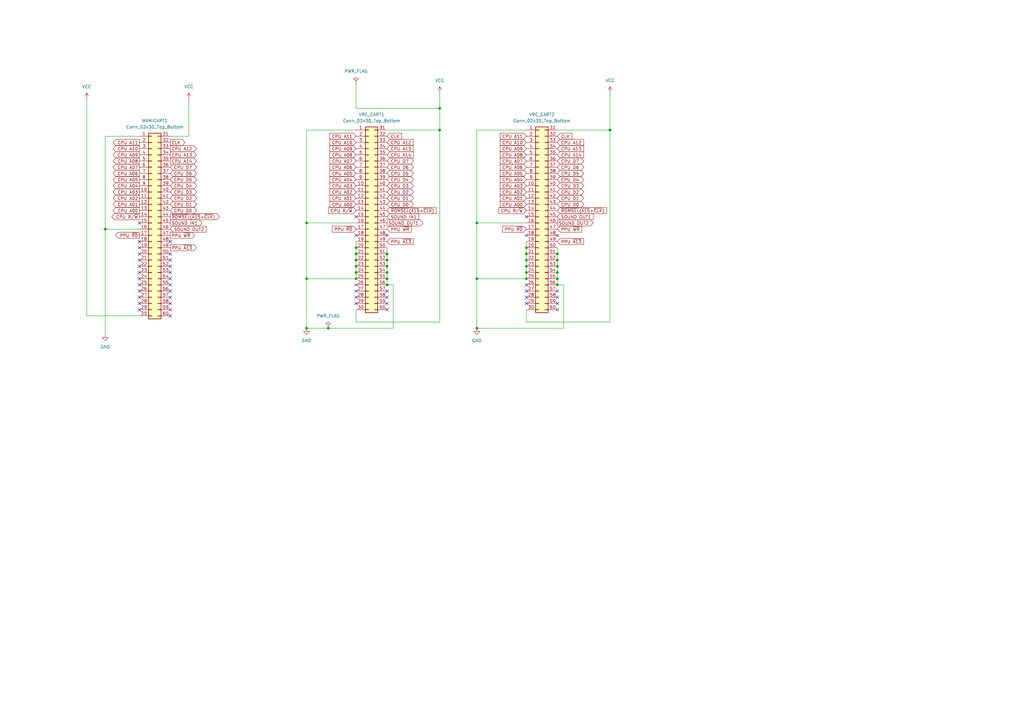
<source format=kicad_sch>
(kicad_sch (version 20230121) (generator eeschema)
  (paper "A3")
  (lib_symbols
    (symbol "Connector_Generic:Conn_02x30_Top_Bottom" (pin_names (offset 1.016) hide)
      (property "Reference" "J" (at 1.27 38.1 0))
      (property "Value" "Conn_02x30_Top_Bottom" (at 1.27 -40.64 0))
      (symbol "Conn_02x30_Top_Bottom_1_1"
        (rectangle (start -1.27 -37.973) (end 0 -38.227) (stroke (width 0.1524)))
        (rectangle (start -1.27 -35.433) (end 0 -35.687) (stroke (width 0.1524)))
        (rectangle (start -1.27 -32.893) (end 0 -33.147) (stroke (width 0.1524)))
        (rectangle (start -1.27 -30.353) (end 0 -30.607) (stroke (width 0.1524)))
        (rectangle (start -1.27 -27.813) (end 0 -28.067) (stroke (width 0.1524)))
        (rectangle (start -1.27 -25.273) (end 0 -25.527) (stroke (width 0.1524)))
        (rectangle (start -1.27 -22.733) (end 0 -22.987) (stroke (width 0.1524)))
        (rectangle (start -1.27 -20.193) (end 0 -20.447) (stroke (width 0.1524)))
        (rectangle (start -1.27 -17.653) (end 0 -17.907) (stroke (width 0.1524)))
        (rectangle (start -1.27 -15.113) (end 0 -15.367) (stroke (width 0.1524)))
        (rectangle (start -1.27 -12.573) (end 0 -12.827) (stroke (width 0.1524)))
        (rectangle (start -1.27 -10.033) (end 0 -10.287) (stroke (width 0.1524)))
        (rectangle (start -1.27 -7.493) (end 0 -7.747) (stroke (width 0.1524)))
        (rectangle (start -1.27 -4.953) (end 0 -5.207) (stroke (width 0.1524)))
        (rectangle (start -1.27 -2.413) (end 0 -2.667) (stroke (width 0.1524)))
        (rectangle (start -1.27 0.127) (end 0 -0.127) (stroke (width 0.1524)))
        (rectangle (start -1.27 2.667) (end 0 2.413) (stroke (width 0.1524)))
        (rectangle (start -1.27 5.207) (end 0 4.953) (stroke (width 0.1524)))
        (rectangle (start -1.27 7.747) (end 0 7.493) (stroke (width 0.1524)))
        (rectangle (start -1.27 10.287) (end 0 10.033) (stroke (width 0.1524)))
        (rectangle (start -1.27 12.827) (end 0 12.573) (stroke (width 0.1524)))
        (rectangle (start -1.27 15.367) (end 0 15.113) (stroke (width 0.1524)))
        (rectangle (start -1.27 17.907) (end 0 17.653) (stroke (width 0.1524)))
        (rectangle (start -1.27 20.447) (end 0 20.193) (stroke (width 0.1524)))
        (rectangle (start -1.27 22.987) (end 0 22.733) (stroke (width 0.1524)))
        (rectangle (start -1.27 25.527) (end 0 25.273) (stroke (width 0.1524)))
        (rectangle (start -1.27 28.067) (end 0 27.813) (stroke (width 0.1524)))
        (rectangle (start -1.27 30.607) (end 0 30.353) (stroke (width 0.1524)))
        (rectangle (start -1.27 33.147) (end 0 32.893) (stroke (width 0.1524)))
        (rectangle (start -1.27 35.687) (end 0 35.433) (stroke (width 0.1524)))
        (rectangle (start -1.27 36.83) (end 3.81 -39.37) (stroke (width 0.254)) (fill (type background)))
        (rectangle (start 3.81 -37.973) (end 2.54 -38.227) (stroke (width 0.1524)))
        (rectangle (start 3.81 -35.433) (end 2.54 -35.687) (stroke (width 0.1524)))
        (rectangle (start 3.81 -32.893) (end 2.54 -33.147) (stroke (width 0.1524)))
        (rectangle (start 3.81 -30.353) (end 2.54 -30.607) (stroke (width 0.1524)))
        (rectangle (start 3.81 -27.813) (end 2.54 -28.067) (stroke (width 0.1524)))
        (rectangle (start 3.81 -25.273) (end 2.54 -25.527) (stroke (width 0.1524)))
        (rectangle (start 3.81 -22.733) (end 2.54 -22.987) (stroke (width 0.1524)))
        (rectangle (start 3.81 -20.193) (end 2.54 -20.447) (stroke (width 0.1524)))
        (rectangle (start 3.81 -17.653) (end 2.54 -17.907) (stroke (width 0.1524)))
        (rectangle (start 3.81 -15.113) (end 2.54 -15.367) (stroke (width 0.1524)))
        (rectangle (start 3.81 -12.573) (end 2.54 -12.827) (stroke (width 0.1524)))
        (rectangle (start 3.81 -10.033) (end 2.54 -10.287) (stroke (width 0.1524)))
        (rectangle (start 3.81 -7.493) (end 2.54 -7.747) (stroke (width 0.1524)))
        (rectangle (start 3.81 -4.953) (end 2.54 -5.207) (stroke (width 0.1524)))
        (rectangle (start 3.81 -2.413) (end 2.54 -2.667) (stroke (width 0.1524)))
        (rectangle (start 3.81 0.127) (end 2.54 -0.127) (stroke (width 0.1524)))
        (rectangle (start 3.81 2.667) (end 2.54 2.413) (stroke (width 0.1524)))
        (rectangle (start 3.81 5.207) (end 2.54 4.953) (stroke (width 0.1524)))
        (rectangle (start 3.81 7.747) (end 2.54 7.493) (stroke (width 0.1524)))
        (rectangle (start 3.81 10.287) (end 2.54 10.033) (stroke (width 0.1524)))
        (rectangle (start 3.81 12.827) (end 2.54 12.573) (stroke (width 0.1524)))
        (rectangle (start 3.81 15.367) (end 2.54 15.113) (stroke (width 0.1524)))
        (rectangle (start 3.81 17.907) (end 2.54 17.653) (stroke (width 0.1524)))
        (rectangle (start 3.81 20.447) (end 2.54 20.193) (stroke (width 0.1524)))
        (rectangle (start 3.81 22.987) (end 2.54 22.733) (stroke (width 0.1524)))
        (rectangle (start 3.81 25.527) (end 2.54 25.273) (stroke (width 0.1524)))
        (rectangle (start 3.81 28.067) (end 2.54 27.813) (stroke (width 0.1524)))
        (rectangle (start 3.81 30.607) (end 2.54 30.353) (stroke (width 0.1524)))
        (rectangle (start 3.81 33.147) (end 2.54 32.893) (stroke (width 0.1524)))
        (rectangle (start 3.81 35.687) (end 2.54 35.433) (stroke (width 0.1524)))
        (pin passive line (at -5.08 35.56 0) (length 3.81) (name "Pin_1") (number "1"))
        (pin passive line (at -5.08 12.7 0) (length 3.81) (name "Pin_10") (number "10"))
        (pin passive line (at -5.08 10.16 0) (length 3.81) (name "Pin_11") (number "11"))
        (pin passive line (at -5.08 7.62 0) (length 3.81) (name "Pin_12") (number "12"))
        (pin passive line (at -5.08 5.08 0) (length 3.81) (name "Pin_13") (number "13"))
        (pin passive line (at -5.08 2.54 0) (length 3.81) (name "Pin_14") (number "14"))
        (pin passive line (at -5.08 0 0) (length 3.81) (name "Pin_15") (number "15"))
        (pin passive line (at -5.08 -2.54 0) (length 3.81) (name "Pin_16") (number "16"))
        (pin passive line (at -5.08 -5.08 0) (length 3.81) (name "Pin_17") (number "17"))
        (pin passive line (at -5.08 -7.62 0) (length 3.81) (name "Pin_18") (number "18"))
        (pin passive line (at -5.08 -10.16 0) (length 3.81) (name "Pin_19") (number "19"))
        (pin passive line (at -5.08 33.02 0) (length 3.81) (name "Pin_2") (number "2"))
        (pin passive line (at -5.08 -12.7 0) (length 3.81) (name "Pin_20") (number "20"))
        (pin passive line (at -5.08 -15.24 0) (length 3.81) (name "Pin_21") (number "21"))
        (pin passive line (at -5.08 -17.78 0) (length 3.81) (name "Pin_22") (number "22"))
        (pin passive line (at -5.08 -20.32 0) (length 3.81) (name "Pin_23") (number "23"))
        (pin passive line (at -5.08 -22.86 0) (length 3.81) (name "Pin_24") (number "24"))
        (pin passive line (at -5.08 -25.4 0) (length 3.81) (name "Pin_25") (number "25"))
        (pin passive line (at -5.08 -27.94 0) (length 3.81) (name "Pin_26") (number "26"))
        (pin passive line (at -5.08 -30.48 0) (length 3.81) (name "Pin_27") (number "27"))
        (pin passive line (at -5.08 -33.02 0) (length 3.81) (name "Pin_28") (number "28"))
        (pin passive line (at -5.08 -35.56 0) (length 3.81) (name "Pin_29") (number "29"))
        (pin passive line (at -5.08 30.48 0) (length 3.81) (name "Pin_3") (number "3"))
        (pin passive line (at -5.08 -38.1 0) (length 3.81) (name "Pin_30") (number "30"))
        (pin passive line (at 7.62 35.56 180) (length 3.81) (name "Pin_31") (number "31"))
        (pin passive line (at 7.62 33.02 180) (length 3.81) (name "Pin_32") (number "32"))
        (pin passive line (at 7.62 30.48 180) (length 3.81) (name "Pin_33") (number "33"))
        (pin passive line (at 7.62 27.94 180) (length 3.81) (name "Pin_34") (number "34"))
        (pin passive line (at 7.62 25.4 180) (length 3.81) (name "Pin_35") (number "35"))
        (pin passive line (at 7.62 22.86 180) (length 3.81) (name "Pin_36") (number "36"))
        (pin passive line (at 7.62 20.32 180) (length 3.81) (name "Pin_37") (number "37"))
        (pin passive line (at 7.62 17.78 180) (length 3.81) (name "Pin_38") (number "38"))
        (pin passive line (at 7.62 15.24 180) (length 3.81) (name "Pin_39") (number "39"))
        (pin passive line (at -5.08 27.94 0) (length 3.81) (name "Pin_4") (number "4"))
        (pin passive line (at 7.62 12.7 180) (length 3.81) (name "Pin_40") (number "40"))
        (pin passive line (at 7.62 10.16 180) (length 3.81) (name "Pin_41") (number "41"))
        (pin passive line (at 7.62 7.62 180) (length 3.81) (name "Pin_42") (number "42"))
        (pin passive line (at 7.62 5.08 180) (length 3.81) (name "Pin_43") (number "43"))
        (pin passive line (at 7.62 2.54 180) (length 3.81) (name "Pin_44") (number "44"))
        (pin passive line (at 7.62 0 180) (length 3.81) (name "Pin_45") (number "45"))
        (pin passive line (at 7.62 -2.54 180) (length 3.81) (name "Pin_46") (number "46"))
        (pin passive line (at 7.62 -5.08 180) (length 3.81) (name "Pin_47") (number "47"))
        (pin passive line (at 7.62 -7.62 180) (length 3.81) (name "Pin_48") (number "48"))
        (pin passive line (at 7.62 -10.16 180) (length 3.81) (name "Pin_49") (number "49"))
        (pin passive line (at -5.08 25.4 0) (length 3.81) (name "Pin_5") (number "5"))
        (pin passive line (at 7.62 -12.7 180) (length 3.81) (name "Pin_50") (number "50"))
        (pin passive line (at 7.62 -15.24 180) (length 3.81) (name "Pin_51") (number "51"))
        (pin passive line (at 7.62 -17.78 180) (length 3.81) (name "Pin_52") (number "52"))
        (pin passive line (at 7.62 -20.32 180) (length 3.81) (name "Pin_53") (number "53"))
        (pin passive line (at 7.62 -22.86 180) (length 3.81) (name "Pin_54") (number "54"))
        (pin passive line (at 7.62 -25.4 180) (length 3.81) (name "Pin_55") (number "55"))
        (pin passive line (at 7.62 -27.94 180) (length 3.81) (name "Pin_56") (number "56"))
        (pin passive line (at 7.62 -30.48 180) (length 3.81) (name "Pin_57") (number "57"))
        (pin passive line (at 7.62 -33.02 180) (length 3.81) (name "Pin_58") (number "58"))
        (pin passive line (at 7.62 -35.56 180) (length 3.81) (name "Pin_59") (number "59"))
        (pin passive line (at -5.08 22.86 0) (length 3.81) (name "Pin_6") (number "6"))
        (pin passive line (at 7.62 -38.1 180) (length 3.81) (name "Pin_60") (number "60"))
        (pin passive line (at -5.08 20.32 0) (length 3.81) (name "Pin_7") (number "7"))
        (pin passive line (at -5.08 17.78 0) (length 3.81) (name "Pin_8") (number "8"))
        (pin passive line (at -5.08 15.24 0) (length 3.81) (name "Pin_9") (number "9"))
      )
    )
    (symbol "power:GND" (power) (pin_names (offset 0))
      (property "Value" "GND" (at 0 -3.81 0))
      (symbol "GND_0_1"
        (polyline (pts (xy 0 0) (xy 0 -1.27) (xy 1.27 -1.27) (xy 0 -2.54) (xy -1.27 -1.27) (xy 0 -1.27)))
      )
      (symbol "GND_1_1"
        (pin power_in line (at 0 0 270) (length 0) hide (name "GND") (number "1"))
      )
    )
    (symbol "power:PWR_FLAG" (power) (pin_numbers hide) (pin_names (offset 0) hide)
      (property "Value" "PWR_FLAG" (at 0 3.81 0))
      (symbol "PWR_FLAG_0_0"
        (pin power_out line (at 0 0 90) (length 0) (name "pwr") (number "1"))
      )
      (symbol "PWR_FLAG_0_1"
        (polyline (pts (xy 0 0) (xy 0 1.27) (xy -1.016 1.905) (xy 0 2.54) (xy 1.016 1.905) (xy 0 1.27)))
      )
    )
    (symbol "power:VCC" (power) (pin_names (offset 0))
      (property "Value" "VCC" (at 0 3.81 0))
      (symbol "VCC_0_1"
        (polyline (pts (xy -0.762 1.27) (xy 0 2.54)))
        (polyline (pts (xy 0 0) (xy 0 2.54)))
        (polyline (pts (xy 0 2.54) (xy 0.762 1.27)))
      )
      (symbol "VCC_1_1"
        (pin power_in line (at 0 0 90) (length 0) hide (name "VCC") (number "1"))
      )
    )
  )
  (junction (at 215.9 111.76))
  (junction (at 158.75 116.84))
  (junction (at 125.73 134.62))
  (junction (at 146.05 114.3))
  (junction (at 250.19 53.34))
  (junction (at 215.9 104.14))
  (junction (at 228.6 104.14))
  (junction (at 125.73 91.44))
  (junction (at 195.58 91.44))
  (junction (at 180.34 44.45))
  (junction (at 215.9 106.68))
  (junction (at 215.9 109.22))
  (junction (at 180.34 53.34))
  (junction (at 228.6 106.68))
  (junction (at 195.58 134.62))
  (junction (at 215.9 101.6))
  (junction (at 146.05 106.68))
  (junction (at 146.05 104.14))
  (junction (at 158.75 109.22))
  (junction (at 228.6 114.3))
  (junction (at 158.75 114.3))
  (junction (at 134.62 134.62))
  (junction (at 146.05 101.6))
  (junction (at 228.6 109.22))
  (junction (at 158.75 106.68))
  (junction (at 215.9 114.3))
  (junction (at 228.6 116.84))
  (junction (at 43.18 93.98))
  (junction (at 146.05 109.22))
  (junction (at 125.73 114.3))
  (junction (at 146.05 111.76))
  (junction (at 228.6 111.76))
  (junction (at 195.58 114.3))
  (junction (at 158.75 104.14))
  (junction (at 158.75 111.76))
  (no_connect (at 57.15 127))
  (no_connect (at 158.75 119.38))
  (no_connect (at 228.6 124.46))
  (no_connect (at 57.15 111.76))
  (no_connect (at 57.15 121.92))
  (no_connect (at 57.15 109.22))
  (no_connect (at 57.15 114.3))
  (no_connect (at 215.9 119.38))
  (no_connect (at 146.05 124.46))
  (no_connect (at 146.05 88.9))
  (no_connect (at 228.6 127))
  (no_connect (at 57.15 116.84))
  (no_connect (at 228.6 96.52))
  (no_connect (at 158.75 121.92))
  (no_connect (at 57.15 124.46))
  (no_connect (at 69.85 104.14))
  (no_connect (at 228.6 121.92))
  (no_connect (at 57.15 106.68))
  (no_connect (at 146.05 119.38))
  (no_connect (at 57.15 91.44))
  (no_connect (at 69.85 111.76))
  (no_connect (at 158.75 124.46))
  (no_connect (at 69.85 121.92))
  (no_connect (at 69.85 116.84))
  (no_connect (at 69.85 127))
  (no_connect (at 146.05 96.52))
  (no_connect (at 69.85 106.68))
  (no_connect (at 69.85 99.06))
  (no_connect (at 158.75 96.52))
  (no_connect (at 215.9 121.92))
  (no_connect (at 228.6 119.38))
  (no_connect (at 146.05 121.92))
  (no_connect (at 215.9 124.46))
  (no_connect (at 69.85 109.22))
  (no_connect (at 57.15 99.06))
  (no_connect (at 69.85 124.46))
  (no_connect (at 215.9 96.52))
  (no_connect (at 69.85 114.3))
  (no_connect (at 215.9 116.84))
  (no_connect (at 158.75 127))
  (no_connect (at 69.85 129.54))
  (no_connect (at 146.05 116.84))
  (no_connect (at 57.15 119.38))
  (no_connect (at 57.15 104.14))
  (no_connect (at 69.85 119.38))
  (no_connect (at 57.15 101.6))
  (no_connect (at 215.9 88.9))
  (wire (pts (xy 146.05 109.22) (xy 146.05 111.76)))
  (wire (pts (xy 215.9 109.22) (xy 215.9 111.76)))
  (wire (pts (xy 158.75 114.3) (xy 158.75 116.84)))
  (wire (pts (xy 43.18 55.88) (xy 57.15 55.88)))
  (wire (pts (xy 231.14 134.62) (xy 195.58 134.62)))
  (wire (pts (xy 195.58 91.44) (xy 195.58 114.3)))
  (wire (pts (xy 215.9 111.76) (xy 215.9 114.3)))
  (wire (pts (xy 43.18 93.98) (xy 57.15 93.98)))
  (wire (pts (xy 180.34 44.45) (xy 180.34 53.34)))
  (wire (pts (xy 250.19 53.34) (xy 250.19 132.08)))
  (wire (pts (xy 125.73 91.44) (xy 146.05 91.44)))
  (wire (pts (xy 35.56 40.64) (xy 35.56 129.54)))
  (wire (pts (xy 228.6 109.22) (xy 228.6 111.76)))
  (wire (pts (xy 228.6 111.76) (xy 228.6 114.3)))
  (wire (pts (xy 180.34 53.34) (xy 180.34 132.08)))
  (wire (pts (xy 215.9 127) (xy 215.9 132.08)))
  (wire (pts (xy 195.58 53.34) (xy 195.58 91.44)))
  (wire (pts (xy 146.05 101.6) (xy 146.05 104.14)))
  (wire (pts (xy 228.6 106.68) (xy 228.6 109.22)))
  (wire (pts (xy 231.14 116.84) (xy 231.14 134.62)))
  (wire (pts (xy 158.75 116.84) (xy 161.29 116.84)))
  (wire (pts (xy 195.58 53.34) (xy 215.9 53.34)))
  (wire (pts (xy 125.73 53.34) (xy 146.05 53.34)))
  (wire (pts (xy 215.9 99.06) (xy 215.9 101.6)))
  (wire (pts (xy 77.47 40.64) (xy 77.47 55.88)))
  (wire (pts (xy 228.6 104.14) (xy 228.6 106.68)))
  (wire (pts (xy 228.6 101.6) (xy 228.6 104.14)))
  (wire (pts (xy 228.6 116.84) (xy 231.14 116.84)))
  (wire (pts (xy 158.75 53.34) (xy 180.34 53.34)))
  (wire (pts (xy 146.05 34.29) (xy 146.05 44.45)))
  (wire (pts (xy 146.05 111.76) (xy 146.05 114.3)))
  (wire (pts (xy 146.05 132.08) (xy 180.34 132.08)))
  (wire (pts (xy 77.47 55.88) (xy 69.85 55.88)))
  (wire (pts (xy 146.05 99.06) (xy 146.05 101.6)))
  (wire (pts (xy 228.6 114.3) (xy 228.6 116.84)))
  (wire (pts (xy 158.75 104.14) (xy 158.75 106.68)))
  (wire (pts (xy 35.56 129.54) (xy 57.15 129.54)))
  (wire (pts (xy 161.29 134.62) (xy 134.62 134.62)))
  (wire (pts (xy 43.18 137.16) (xy 43.18 93.98)))
  (wire (pts (xy 158.75 106.68) (xy 158.75 109.22)))
  (wire (pts (xy 250.19 38.1) (xy 250.19 53.34)))
  (wire (pts (xy 180.34 38.1) (xy 180.34 44.45)))
  (wire (pts (xy 195.58 91.44) (xy 215.9 91.44)))
  (wire (pts (xy 146.05 104.14) (xy 146.05 106.68)))
  (wire (pts (xy 158.75 101.6) (xy 158.75 104.14)))
  (wire (pts (xy 146.05 127) (xy 146.05 132.08)))
  (wire (pts (xy 195.58 114.3) (xy 215.9 114.3)))
  (wire (pts (xy 125.73 114.3) (xy 146.05 114.3)))
  (wire (pts (xy 195.58 114.3) (xy 195.58 134.62)))
  (wire (pts (xy 125.73 91.44) (xy 125.73 114.3)))
  (wire (pts (xy 158.75 111.76) (xy 158.75 114.3)))
  (wire (pts (xy 146.05 44.45) (xy 180.34 44.45)))
  (wire (pts (xy 146.05 106.68) (xy 146.05 109.22)))
  (wire (pts (xy 161.29 116.84) (xy 161.29 134.62)))
  (wire (pts (xy 134.62 134.62) (xy 125.73 134.62)))
  (wire (pts (xy 43.18 93.98) (xy 43.18 55.88)))
  (wire (pts (xy 158.75 109.22) (xy 158.75 111.76)))
  (wire (pts (xy 215.9 104.14) (xy 215.9 106.68)))
  (wire (pts (xy 228.6 53.34) (xy 250.19 53.34)))
  (wire (pts (xy 215.9 101.6) (xy 215.9 104.14)))
  (wire (pts (xy 215.9 106.68) (xy 215.9 109.22)))
  (wire (pts (xy 215.9 132.08) (xy 250.19 132.08)))
  (wire (pts (xy 125.73 114.3) (xy 125.73 134.62)))
  (wire (pts (xy 125.73 53.34) (xy 125.73 91.44)))
  (global_label "CPU A02" (shape input) (at 215.9 78.74 180) (property "Intersheetrefs" "${INTERSHEET_REFS}" (effects hide)))
  (global_label "CPU A10" (shape input) (at 146.05 58.42 180) (property "Intersheetrefs" "${INTERSHEET_REFS}" (effects hide)))
  (global_label "PPU ~{WR}" (shape input) (at 158.75 93.98 0) (property "Intersheetrefs" "${INTERSHEET_REFS}" (effects hide)))
  (global_label "CPU A06" (shape output) (at 57.15 71.12 180) (property "Intersheetrefs" "${INTERSHEET_REFS}" (effects hide)))
  (global_label "CPU A11" (shape input) (at 146.05 55.88 180) (property "Intersheetrefs" "${INTERSHEET_REFS}" (effects hide)))
  (global_label "CPU D4" (shape bidirectional) (at 69.85 76.2 0) (property "Intersheetrefs" "${INTERSHEET_REFS}" (effects hide)))
  (global_label "~{ROMSEL}(~{A15}+~{CLK})" (shape input) (at 228.6 86.36 0) (property "Intersheetrefs" "${INTERSHEET_REFS}" (effects hide)))
  (global_label "CLK" (shape output) (at 69.85 58.42 0) (property "Intersheetrefs" "${INTERSHEET_REFS}" (effects hide)))
  (global_label "CPU A09" (shape input) (at 146.05 60.96 180) (property "Intersheetrefs" "${INTERSHEET_REFS}" (effects hide)))
  (global_label "CPU A06" (shape input) (at 146.05 68.58 180) (property "Intersheetrefs" "${INTERSHEET_REFS}" (effects hide)))
  (global_label "CPU D3" (shape bidirectional) (at 69.85 78.74 0) (property "Intersheetrefs" "${INTERSHEET_REFS}" (effects hide)))
  (global_label "CPU A11" (shape output) (at 57.15 58.42 180) (property "Intersheetrefs" "${INTERSHEET_REFS}" (effects hide)))
  (global_label "CPU D5" (shape bidirectional) (at 69.85 73.66 0) (property "Intersheetrefs" "${INTERSHEET_REFS}" (effects hide)))
  (global_label "CPU A14" (shape input) (at 158.75 63.5 0) (property "Intersheetrefs" "${INTERSHEET_REFS}" (effects hide)))
  (global_label "CPU D3" (shape bidirectional) (at 228.6 76.2 0) (property "Intersheetrefs" "${INTERSHEET_REFS}" (effects hide)))
  (global_label "CPU A12" (shape input) (at 228.6 58.42 0) (property "Intersheetrefs" "${INTERSHEET_REFS}" (effects hide)))
  (global_label "CPU A11" (shape input) (at 215.9 55.88 180) (property "Intersheetrefs" "${INTERSHEET_REFS}" (effects hide)))
  (global_label "CPU A05" (shape output) (at 57.15 73.66 180) (property "Intersheetrefs" "${INTERSHEET_REFS}" (effects hide)))
  (global_label "CPU A02" (shape input) (at 146.05 78.74 180) (property "Intersheetrefs" "${INTERSHEET_REFS}" (effects hide)))
  (global_label "CPU A00" (shape input) (at 146.05 83.82 180) (property "Intersheetrefs" "${INTERSHEET_REFS}" (effects hide)))
  (global_label "SOUND OUT1" (shape input) (at 228.6 88.9 0) (property "Intersheetrefs" "${INTERSHEET_REFS}" (effects hide)))
  (global_label "CPU A07" (shape input) (at 146.05 66.04 180) (property "Intersheetrefs" "${INTERSHEET_REFS}" (effects hide)))
  (global_label "CPU R{slash}~{W}" (shape input) (at 146.05 86.36 180) (property "Intersheetrefs" "${INTERSHEET_REFS}" (effects hide)))
  (global_label "CPU D2" (shape bidirectional) (at 228.6 78.74 0) (property "Intersheetrefs" "${INTERSHEET_REFS}" (effects hide)))
  (global_label "CPU A07" (shape output) (at 57.15 68.58 180) (property "Intersheetrefs" "${INTERSHEET_REFS}" (effects hide)))
  (global_label "CPU A03" (shape output) (at 57.15 78.74 180) (property "Intersheetrefs" "${INTERSHEET_REFS}" (effects hide)))
  (global_label "CPU R{slash}~{W}" (shape output) (at 57.15 88.9 180) (property "Intersheetrefs" "${INTERSHEET_REFS}" (effects hide)))
  (global_label "CPU A09" (shape output) (at 57.15 63.5 180) (property "Intersheetrefs" "${INTERSHEET_REFS}" (effects hide)))
  (global_label "CPU D4" (shape bidirectional) (at 228.6 73.66 0) (property "Intersheetrefs" "${INTERSHEET_REFS}" (effects hide)))
  (global_label "PPU ~{WR}" (shape output) (at 69.85 96.52 0) (property "Intersheetrefs" "${INTERSHEET_REFS}" (effects hide)))
  (global_label "CPU A00" (shape output) (at 57.15 86.36 180) (property "Intersheetrefs" "${INTERSHEET_REFS}" (effects hide)))
  (global_label "CPU D0" (shape bidirectional) (at 158.75 83.82 0) (property "Intersheetrefs" "${INTERSHEET_REFS}" (effects hide)))
  (global_label "CPU A13" (shape output) (at 69.85 63.5 0) (property "Intersheetrefs" "${INTERSHEET_REFS}" (effects hide)))
  (global_label "CPU D6" (shape bidirectional) (at 228.6 68.58 0) (property "Intersheetrefs" "${INTERSHEET_REFS}" (effects hide)))
  (global_label "CPU A08" (shape input) (at 146.05 63.5 180) (property "Intersheetrefs" "${INTERSHEET_REFS}" (effects hide)))
  (global_label "~{ROMSEL}(~{A15}+~{CLK})" (shape input) (at 158.75 86.36 0) (property "Intersheetrefs" "${INTERSHEET_REFS}" (effects hide)))
  (global_label "CPU D2" (shape bidirectional) (at 69.85 81.28 0) (property "Intersheetrefs" "${INTERSHEET_REFS}" (effects hide)))
  (global_label "CPU D6" (shape bidirectional) (at 158.75 68.58 0) (property "Intersheetrefs" "${INTERSHEET_REFS}" (effects hide)))
  (global_label "CPU D7" (shape bidirectional) (at 158.75 66.04 0) (property "Intersheetrefs" "${INTERSHEET_REFS}" (effects hide)))
  (global_label "PPU ~{A13}" (shape input) (at 228.6 99.06 0) (property "Intersheetrefs" "${INTERSHEET_REFS}" (effects hide)))
  (global_label "SOUND OUT1" (shape output) (at 158.75 91.44 0) (property "Intersheetrefs" "${INTERSHEET_REFS}" (effects hide)))
  (global_label "CPU A05" (shape input) (at 146.05 71.12 180) (property "Intersheetrefs" "${INTERSHEET_REFS}" (effects hide)))
  (global_label "SOUND IN1" (shape input) (at 158.75 88.9 0) (property "Intersheetrefs" "${INTERSHEET_REFS}" (effects hide)))
  (global_label "CPU A07" (shape input) (at 215.9 66.04 180) (property "Intersheetrefs" "${INTERSHEET_REFS}" (effects hide)))
  (global_label "PPU ~{RD}" (shape output) (at 57.15 96.52 180) (property "Intersheetrefs" "${INTERSHEET_REFS}" (effects hide)))
  (global_label "CPU A14" (shape output) (at 69.85 66.04 0) (property "Intersheetrefs" "${INTERSHEET_REFS}" (effects hide)))
  (global_label "PPU ~{RD}" (shape input) (at 146.05 93.98 180) (property "Intersheetrefs" "${INTERSHEET_REFS}" (effects hide)))
  (global_label "CPU A08" (shape output) (at 57.15 66.04 180) (property "Intersheetrefs" "${INTERSHEET_REFS}" (effects hide)))
  (global_label "CPU A02" (shape output) (at 57.15 81.28 180) (property "Intersheetrefs" "${INTERSHEET_REFS}" (effects hide)))
  (global_label "CPU D7" (shape bidirectional) (at 69.85 68.58 0) (property "Intersheetrefs" "${INTERSHEET_REFS}" (effects hide)))
  (global_label "CPU A04" (shape input) (at 146.05 73.66 180) (property "Intersheetrefs" "${INTERSHEET_REFS}" (effects hide)))
  (global_label "~{ROMSEL}(~{A15}+~{CLK})" (shape output) (at 69.85 88.9 0) (property "Intersheetrefs" "${INTERSHEET_REFS}" (effects hide)))
  (global_label "CPU A10" (shape output) (at 57.15 60.96 180) (property "Intersheetrefs" "${INTERSHEET_REFS}" (effects hide)))
  (global_label "CPU A03" (shape input) (at 215.9 76.2 180) (property "Intersheetrefs" "${INTERSHEET_REFS}" (effects hide)))
  (global_label "PPU ~{WR}" (shape input) (at 228.6 93.98 0) (property "Intersheetrefs" "${INTERSHEET_REFS}" (effects hide)))
  (global_label "CPU A13" (shape input) (at 158.75 60.96 0) (property "Intersheetrefs" "${INTERSHEET_REFS}" (effects hide)))
  (global_label "CPU A14" (shape input) (at 228.6 63.5 0) (property "Intersheetrefs" "${INTERSHEET_REFS}" (effects hide)))
  (global_label "CPU A12" (shape input) (at 158.75 58.42 0) (property "Intersheetrefs" "${INTERSHEET_REFS}" (effects hide)))
  (global_label "PPU ~{A13}" (shape input) (at 158.75 99.06 0) (property "Intersheetrefs" "${INTERSHEET_REFS}" (effects hide)))
  (global_label "CPU D0" (shape bidirectional) (at 228.6 83.82 0) (property "Intersheetrefs" "${INTERSHEET_REFS}" (effects hide)))
  (global_label "CLK" (shape input) (at 228.6 55.88 0) (property "Intersheetrefs" "${INTERSHEET_REFS}" (effects hide)))
  (global_label "CPU A09" (shape input) (at 215.9 60.96 180) (property "Intersheetrefs" "${INTERSHEET_REFS}" (effects hide)))
  (global_label "CPU D3" (shape bidirectional) (at 158.75 76.2 0) (property "Intersheetrefs" "${INTERSHEET_REFS}" (effects hide)))
  (global_label "CPU D1" (shape bidirectional) (at 158.75 81.28 0) (property "Intersheetrefs" "${INTERSHEET_REFS}" (effects hide)))
  (global_label "CLK" (shape input) (at 158.75 55.88 0) (property "Intersheetrefs" "${INTERSHEET_REFS}" (effects hide)))
  (global_label "CPU A01" (shape output) (at 57.15 83.82 180) (property "Intersheetrefs" "${INTERSHEET_REFS}" (effects hide)))
  (global_label "SOUND IN1" (shape output) (at 69.85 91.44 0) (property "Intersheetrefs" "${INTERSHEET_REFS}" (effects hide)))
  (global_label "CPU A04" (shape input) (at 215.9 73.66 180) (property "Intersheetrefs" "${INTERSHEET_REFS}" (effects hide)))
  (global_label "CPU A06" (shape input) (at 215.9 68.58 180) (property "Intersheetrefs" "${INTERSHEET_REFS}" (effects hide)))
  (global_label "CPU A12" (shape output) (at 69.85 60.96 0) (property "Intersheetrefs" "${INTERSHEET_REFS}" (effects hide)))
  (global_label "CPU A00" (shape input) (at 215.9 83.82 180) (property "Intersheetrefs" "${INTERSHEET_REFS}" (effects hide)))
  (global_label "CPU D7" (shape bidirectional) (at 228.6 66.04 0) (property "Intersheetrefs" "${INTERSHEET_REFS}" (effects hide)))
  (global_label "SOUND OUT2" (shape input) (at 69.85 93.98 0) (property "Intersheetrefs" "${INTERSHEET_REFS}" (effects hide)))
  (global_label "CPU D1" (shape bidirectional) (at 228.6 81.28 0) (property "Intersheetrefs" "${INTERSHEET_REFS}" (effects hide)))
  (global_label "CPU D2" (shape bidirectional) (at 158.75 78.74 0) (property "Intersheetrefs" "${INTERSHEET_REFS}" (effects hide)))
  (global_label "CPU D5" (shape bidirectional) (at 228.6 71.12 0) (property "Intersheetrefs" "${INTERSHEET_REFS}" (effects hide)))
  (global_label "CPU A08" (shape input) (at 215.9 63.5 180) (property "Intersheetrefs" "${INTERSHEET_REFS}" (effects hide)))
  (global_label "SOUND OUT2" (shape output) (at 228.6 91.44 0) (property "Intersheetrefs" "${INTERSHEET_REFS}" (effects hide)))
  (global_label "CPU A01" (shape input) (at 215.9 81.28 180) (property "Intersheetrefs" "${INTERSHEET_REFS}" (effects hide)))
  (global_label "PPU ~{A13}" (shape output) (at 69.85 101.6 0) (property "Intersheetrefs" "${INTERSHEET_REFS}" (effects hide)))
  (global_label "CPU A01" (shape input) (at 146.05 81.28 180) (property "Intersheetrefs" "${INTERSHEET_REFS}" (effects hide)))
  (global_label "CPU D1" (shape bidirectional) (at 69.85 83.82 0) (property "Intersheetrefs" "${INTERSHEET_REFS}" (effects hide)))
  (global_label "CPU A13" (shape input) (at 228.6 60.96 0) (property "Intersheetrefs" "${INTERSHEET_REFS}" (effects hide)))
  (global_label "CPU D5" (shape bidirectional) (at 158.75 71.12 0) (property "Intersheetrefs" "${INTERSHEET_REFS}" (effects hide)))
  (global_label "CPU D6" (shape bidirectional) (at 69.85 71.12 0) (property "Intersheetrefs" "${INTERSHEET_REFS}" (effects hide)))
  (global_label "CPU D4" (shape bidirectional) (at 158.75 73.66 0) (property "Intersheetrefs" "${INTERSHEET_REFS}" (effects hide)))
  (global_label "CPU A05" (shape input) (at 215.9 71.12 180) (property "Intersheetrefs" "${INTERSHEET_REFS}" (effects hide)))
  (global_label "CPU A04" (shape output) (at 57.15 76.2 180) (property "Intersheetrefs" "${INTERSHEET_REFS}" (effects hide)))
  (global_label "CPU A03" (shape input) (at 146.05 76.2 180) (property "Intersheetrefs" "${INTERSHEET_REFS}" (effects hide)))
  (global_label "CPU R{slash}~{W}" (shape input) (at 215.9 86.36 180) (property "Intersheetrefs" "${INTERSHEET_REFS}" (effects hide)))
  (global_label "PPU ~{RD}" (shape input) (at 215.9 93.98 180) (property "Intersheetrefs" "${INTERSHEET_REFS}" (effects hide)))
  (global_label "CPU A10" (shape input) (at 215.9 58.42 180) (property "Intersheetrefs" "${INTERSHEET_REFS}" (effects hide)))
  (global_label "CPU D0" (shape bidirectional) (at 69.85 86.36 0) (property "Intersheetrefs" "${INTERSHEET_REFS}" (effects hide)))
  (symbol (lib_id "power:VCC") (at 35.56 40.64 0) (unit 1)
    (property "Reference" "#PWR01" (effects hide))
    (property "Value" "VCC" (at 35.56 35.56 0))
  )
  (symbol (lib_id "Connector_Generic:Conn_02x30_Top_Bottom") (at 151.13 88.9 0) (unit 1)
    (property "Reference" "VRC_CART1" (at 152.4 46.99 0))
    (property "Value" "Conn_02x30_Top_Bottom" (at 152.4 49.53 0))
    (property "Footprint" "Library:NES-CART-CONN" (effects hide))
  )
  (symbol (lib_id "power:PWR_FLAG") (at 134.62 134.62 0) (unit 1)
    (property "Reference" "#FLG02" (effects hide))
    (property "Value" "PWR_FLAG" (at 134.62 129.54 0))
  )
  (symbol (lib_id "power:VCC") (at 250.19 38.1 0) (unit 1)
    (property "Reference" "#PWR07" (effects hide))
    (property "Value" "VCC" (at 250.19 33.02 0))
  )
  (symbol (lib_id "power:PWR_FLAG") (at 146.05 34.29 0) (unit 1)
    (property "Reference" "#FLG01" (effects hide))
    (property "Value" "PWR_FLAG" (at 146.05 29.21 0))
  )
  (symbol (lib_id "power:GND") (at 43.18 137.16 0) (unit 1)
    (property "Reference" "#PWR02" (effects hide))
    (property "Value" "GND" (at 43.18 142.24 0))
  )
  (symbol (lib_id "power:GND") (at 195.58 134.62 0) (unit 1)
    (property "Reference" "#PWR06" (effects hide))
    (property "Value" "GND" (at 195.58 139.7 0))
  )
  (symbol (lib_id "power:VCC") (at 180.34 38.1 0) (unit 1)
    (property "Reference" "#PWR04" (effects hide))
    (property "Value" "VCC" (at 180.34 33.02 0))
  )
  (symbol (lib_id "power:GND") (at 125.73 134.62 0) (unit 1)
    (property "Reference" "#PWR05" (effects hide))
    (property "Value" "GND" (at 125.73 139.7 0))
  )
  (symbol (lib_id "power:VCC") (at 77.47 40.64 0) (unit 1)
    (property "Reference" "#PWR03" (effects hide))
    (property "Value" "VCC" (at 77.47 35.56 0))
  )
  (symbol (lib_id "Connector_Generic:Conn_02x30_Top_Bottom") (at 220.98 88.9 0) (unit 1)
    (property "Reference" "VRC_CART2" (at 222.25 46.99 0))
    (property "Value" "Conn_02x30_Top_Bottom" (at 222.25 49.53 0))
    (property "Footprint" "Library:NES-CART-CONN" (effects hide))
  )
  (symbol (lib_id "Connector_Generic:Conn_02x30_Top_Bottom") (at 62.23 91.44 0) (unit 1)
    (property "Reference" "MAMICART1" (at 63.5 49.53 0))
    (property "Value" "Conn_02x30_Top_Bottom" (at 63.5 52.07 0))
    (property "Footprint" "Library:FC_cardedge_60p" (effects hide))
  )
)
</source>
